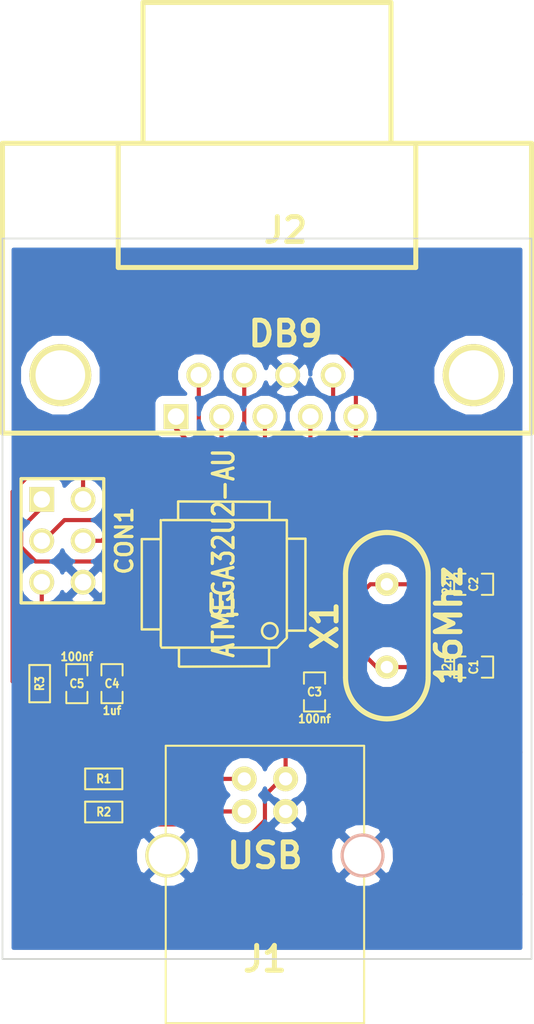
<source format=kicad_pcb>
(kicad_pcb (version 3) (host pcbnew "(22-Jun-2014 BZR 4027)-stable")

  (general
    (links 40)
    (no_connects 0)
    (area 193.7004 106.781599 236.570928 170.116501)
    (thickness 1.6)
    (drawings 9)
    (tracks 124)
    (zones 0)
    (modules 13)
    (nets 21)
  )

  (page A3)
  (layers
    (15 F.Cu signal)
    (0 B.Cu signal)
    (16 B.Adhes user)
    (17 F.Adhes user)
    (18 B.Paste user)
    (19 F.Paste user)
    (20 B.SilkS user)
    (21 F.SilkS user)
    (22 B.Mask user)
    (23 F.Mask user)
    (24 Dwgs.User user)
    (25 Cmts.User user)
    (26 Eco1.User user)
    (27 Eco2.User user)
    (28 Edge.Cuts user)
  )

  (setup
    (last_trace_width 0.254)
    (trace_clearance 0.254)
    (zone_clearance 0.508)
    (zone_45_only no)
    (trace_min 0.254)
    (segment_width 0.2)
    (edge_width 0.1)
    (via_size 0.889)
    (via_drill 0.635)
    (via_min_size 0.889)
    (via_min_drill 0.508)
    (uvia_size 0.508)
    (uvia_drill 0.127)
    (uvias_allowed no)
    (uvia_min_size 0.508)
    (uvia_min_drill 0.127)
    (pcb_text_width 0.3)
    (pcb_text_size 1.5 1.5)
    (mod_edge_width 0.15)
    (mod_text_size 1 1)
    (mod_text_width 0.15)
    (pad_size 1.5 1.5)
    (pad_drill 0.6)
    (pad_to_mask_clearance 0)
    (aux_axis_origin 0 0)
    (visible_elements FFFFFFBF)
    (pcbplotparams
      (layerselection 3178497)
      (usegerberextensions true)
      (excludeedgelayer true)
      (linewidth 0.150000)
      (plotframeref false)
      (viasonmask false)
      (mode 1)
      (useauxorigin false)
      (hpglpennumber 1)
      (hpglpenspeed 20)
      (hpglpendiameter 15)
      (hpglpenoverlay 2)
      (psnegative false)
      (psa4output false)
      (plotreference true)
      (plotvalue true)
      (plotothertext true)
      (plotinvisibletext false)
      (padsonsilk false)
      (subtractmaskfromsilk false)
      (outputformat 1)
      (mirror false)
      (drillshape 1)
      (scaleselection 1)
      (outputdirectory ""))
  )

  (net 0 "")
  (net 1 DATA0_PIN)
  (net 2 DATA1_PIN)
  (net 3 DATA2_PIN)
  (net 4 DATA3_PIN)
  (net 5 DATA4_PIN)
  (net 6 DATA5_PIN)
  (net 7 GND)
  (net 8 MISO)
  (net 9 MOSI)
  (net 10 N-0000029)
  (net 11 N-000003)
  (net 12 N-0000030)
  (net 13 N-0000031)
  (net 14 N-000004)
  (net 15 N-000005)
  (net 16 N-000006)
  (net 17 RESET)
  (net 18 SCK)
  (net 19 SELECT_CLK)
  (net 20 VCC)

  (net_class Default "Ceci est la Netclass par défaut"
    (clearance 0.254)
    (trace_width 0.254)
    (via_dia 0.889)
    (via_drill 0.635)
    (uvia_dia 0.508)
    (uvia_drill 0.127)
    (add_net "")
    (add_net DATA0_PIN)
    (add_net DATA1_PIN)
    (add_net DATA2_PIN)
    (add_net DATA3_PIN)
    (add_net DATA4_PIN)
    (add_net DATA5_PIN)
    (add_net GND)
    (add_net MISO)
    (add_net MOSI)
    (add_net N-0000029)
    (add_net N-000003)
    (add_net N-0000030)
    (add_net N-0000031)
    (add_net N-000004)
    (add_net N-000005)
    (add_net N-000006)
    (add_net RESET)
    (add_net SCK)
    (add_net SELECT_CLK)
    (add_net VCC)
  )

  (module USB_B (layer F.Cu) (tedit 48A935FA) (tstamp 53DD6FF2)
    (at 210.82 159.512)
    (tags USB)
    (path /53DB98C4)
    (fp_text reference J1 (at 0 6.35) (layer F.SilkS)
      (effects (font (size 1.524 1.524) (thickness 0.3048)))
    )
    (fp_text value USB (at 0 0) (layer F.SilkS)
      (effects (font (size 1.524 1.524) (thickness 0.3048)))
    )
    (fp_line (start -6.096 10.287) (end 6.096 10.287) (layer F.SilkS) (width 0.127))
    (fp_line (start 6.096 10.287) (end 6.096 -6.731) (layer F.SilkS) (width 0.127))
    (fp_line (start 6.096 -6.731) (end -6.096 -6.731) (layer F.SilkS) (width 0.127))
    (fp_line (start -6.096 -6.731) (end -6.096 10.287) (layer F.SilkS) (width 0.127))
    (pad 1 thru_hole circle (at 1.27 -4.699) (size 1.524 1.524) (drill 0.8128)
      (layers *.Cu *.Mask F.SilkS)
      (net 20 VCC)
    )
    (pad 2 thru_hole circle (at -1.27 -4.699) (size 1.524 1.524) (drill 0.8128)
      (layers *.Cu *.Mask F.SilkS)
      (net 15 N-000005)
    )
    (pad 3 thru_hole circle (at -1.27 -2.70002) (size 1.524 1.524) (drill 0.8128)
      (layers *.Cu *.Mask F.SilkS)
      (net 16 N-000006)
    )
    (pad 4 thru_hole circle (at 1.27 -2.70002) (size 1.524 1.524) (drill 0.8128)
      (layers *.Cu *.Mask F.SilkS)
      (net 7 GND)
    )
    (pad 5 np_thru_hole circle (at 5.99948 0) (size 2.70002 2.70002) (drill 2.30124)
      (layers *.Cu *.SilkS *.Mask)
      (net 7 GND)
    )
    (pad 6 thru_hole circle (at -5.99948 0) (size 2.70002 2.70002) (drill 2.30124)
      (layers *.Cu *.Mask F.SilkS)
      (net 7 GND)
    )
    (model connectors/USB_type_B.wrl
      (at (xyz 0 0 0.001))
      (scale (xyz 0.3937 0.3937 0.3937))
      (rotate (xyz 0 0 0))
    )
  )

  (module TQFP32 (layer F.Cu) (tedit 53DD7096) (tstamp 53DD7028)
    (at 208.28 142.875 180)
    (path /53DBB1ED)
    (fp_text reference U1 (at 0 -1.27 180) (layer F.SilkS)
      (effects (font (size 1.27 1.016) (thickness 0.2032)))
    )
    (fp_text value ATMEGA32U2-AU (at 0 1.905 270) (layer F.SilkS)
      (effects (font (size 1.27 1.016) (thickness 0.2032)))
    )
    (fp_line (start 5.0292 2.7686) (end 3.8862 2.7686) (layer F.SilkS) (width 0.1524))
    (fp_line (start 5.0292 -2.7686) (end 3.9116 -2.7686) (layer F.SilkS) (width 0.1524))
    (fp_line (start 5.0292 2.7686) (end 5.0292 -2.7686) (layer F.SilkS) (width 0.1524))
    (fp_line (start 2.794 3.9624) (end 2.794 5.0546) (layer F.SilkS) (width 0.1524))
    (fp_line (start -2.8194 3.9878) (end -2.8194 5.0546) (layer F.SilkS) (width 0.1524))
    (fp_line (start -2.8448 5.0546) (end 2.794 5.08) (layer F.SilkS) (width 0.1524))
    (fp_line (start -2.794 -5.0292) (end 2.7178 -5.0546) (layer F.SilkS) (width 0.1524))
    (fp_line (start -3.8862 -3.2766) (end -3.8862 3.9116) (layer F.SilkS) (width 0.1524))
    (fp_line (start 2.7432 -5.0292) (end 2.7432 -3.9878) (layer F.SilkS) (width 0.1524))
    (fp_line (start -3.2512 -3.8862) (end 3.81 -3.8862) (layer F.SilkS) (width 0.1524))
    (fp_line (start 3.8608 3.937) (end 3.8608 -3.7846) (layer F.SilkS) (width 0.1524))
    (fp_line (start -3.8862 3.937) (end 3.7338 3.937) (layer F.SilkS) (width 0.1524))
    (fp_line (start -5.0292 -2.8448) (end -5.0292 2.794) (layer F.SilkS) (width 0.1524))
    (fp_line (start -5.0292 2.794) (end -3.8862 2.794) (layer F.SilkS) (width 0.1524))
    (fp_line (start -3.87604 -3.302) (end -3.29184 -3.8862) (layer F.SilkS) (width 0.1524))
    (fp_line (start -5.02412 -2.8448) (end -3.87604 -2.8448) (layer F.SilkS) (width 0.1524))
    (fp_line (start -2.794 -3.8862) (end -2.794 -5.03428) (layer F.SilkS) (width 0.1524))
    (fp_circle (center -2.83972 -2.86004) (end -2.43332 -2.60604) (layer F.SilkS) (width 0.1524))
    (pad 8 smd rect (at -4.81584 2.77622 180) (size 1.99898 0.44958)
      (layers F.Cu F.Paste F.Mask)
      (net 3 DATA2_PIN)
    )
    (pad 7 smd rect (at -4.81584 1.97612 180) (size 1.99898 0.44958)
      (layers F.Cu F.Paste F.Mask)
      (net 4 DATA3_PIN)
    )
    (pad 6 smd rect (at -4.81584 1.17602 180) (size 1.99898 0.44958)
      (layers F.Cu F.Paste F.Mask)
      (net 6 DATA5_PIN)
    )
    (pad 5 smd rect (at -4.81584 0.37592 180) (size 1.99898 0.44958)
      (layers F.Cu F.Paste F.Mask)
    )
    (pad 4 smd rect (at -4.81584 -0.42418 180) (size 1.99898 0.44958)
      (layers F.Cu F.Paste F.Mask)
      (net 20 VCC)
    )
    (pad 3 smd rect (at -4.81584 -1.22428 180) (size 1.99898 0.44958)
      (layers F.Cu F.Paste F.Mask)
      (net 7 GND)
    )
    (pad 2 smd rect (at -4.81584 -2.02438 180) (size 1.99898 0.44958)
      (layers F.Cu F.Paste F.Mask)
      (net 12 N-0000030)
    )
    (pad 1 smd rect (at -4.81584 -2.82448 180) (size 1.99898 0.44958)
      (layers F.Cu F.Paste F.Mask)
      (net 13 N-0000031)
    )
    (pad 24 smd rect (at 4.7498 -2.8194 180) (size 1.99898 0.44958)
      (layers F.Cu F.Paste F.Mask)
      (net 17 RESET)
    )
    (pad 17 smd rect (at 4.7498 2.794 180) (size 1.99898 0.44958)
      (layers F.Cu F.Paste F.Mask)
      (net 8 MISO)
    )
    (pad 18 smd rect (at 4.7498 1.9812 180) (size 1.99898 0.44958)
      (layers F.Cu F.Paste F.Mask)
    )
    (pad 19 smd rect (at 4.7498 1.1684 180) (size 1.99898 0.44958)
      (layers F.Cu F.Paste F.Mask)
    )
    (pad 20 smd rect (at 4.7498 0.381 180) (size 1.99898 0.44958)
      (layers F.Cu F.Paste F.Mask)
    )
    (pad 21 smd rect (at 4.7498 -0.4318 180) (size 1.99898 0.44958)
      (layers F.Cu F.Paste F.Mask)
    )
    (pad 22 smd rect (at 4.7498 -1.2192 180) (size 1.99898 0.44958)
      (layers F.Cu F.Paste F.Mask)
    )
    (pad 23 smd rect (at 4.7498 -2.032 180) (size 1.99898 0.44958)
      (layers F.Cu F.Paste F.Mask)
    )
    (pad 32 smd rect (at -2.82448 -4.826 180) (size 0.44958 1.99898)
      (layers F.Cu F.Paste F.Mask)
      (net 20 VCC)
    )
    (pad 31 smd rect (at -2.02692 -4.826 180) (size 0.44958 1.99898)
      (layers F.Cu F.Paste F.Mask)
      (net 20 VCC)
    )
    (pad 30 smd rect (at -1.22428 -4.826 180) (size 0.44958 1.99898)
      (layers F.Cu F.Paste F.Mask)
      (net 14 N-000004)
    )
    (pad 29 smd rect (at -0.42672 -4.826 180) (size 0.44958 1.99898)
      (layers F.Cu F.Paste F.Mask)
      (net 10 N-0000029)
    )
    (pad 28 smd rect (at 0.37592 -4.826 180) (size 0.44958 1.99898)
      (layers F.Cu F.Paste F.Mask)
      (net 7 GND)
    )
    (pad 27 smd rect (at 1.17348 -4.826 180) (size 0.44958 1.99898)
      (layers F.Cu F.Paste F.Mask)
      (net 11 N-000003)
    )
    (pad 26 smd rect (at 1.97612 -4.826 180) (size 0.44958 1.99898)
      (layers F.Cu F.Paste F.Mask)
    )
    (pad 25 smd rect (at 2.77368 -4.826 180) (size 0.44958 1.99898)
      (layers F.Cu F.Paste F.Mask)
    )
    (pad 9 smd rect (at -2.8194 4.7752 180) (size 0.44958 1.99898)
      (layers F.Cu F.Paste F.Mask)
      (net 19 SELECT_CLK)
    )
    (pad 10 smd rect (at -2.032 4.7752 180) (size 0.44958 1.99898)
      (layers F.Cu F.Paste F.Mask)
      (net 2 DATA1_PIN)
    )
    (pad 11 smd rect (at -1.2192 4.7752 180) (size 0.44958 1.99898)
      (layers F.Cu F.Paste F.Mask)
      (net 5 DATA4_PIN)
    )
    (pad 12 smd rect (at -0.4318 4.7752 180) (size 0.44958 1.99898)
      (layers F.Cu F.Paste F.Mask)
      (net 1 DATA0_PIN)
    )
    (pad 13 smd rect (at 0.3556 4.7752 180) (size 0.44958 1.99898)
      (layers F.Cu F.Paste F.Mask)
    )
    (pad 14 smd rect (at 1.1684 4.7752 180) (size 0.44958 1.99898)
      (layers F.Cu F.Paste F.Mask)
    )
    (pad 15 smd rect (at 1.9812 4.7752 180) (size 0.44958 1.99898)
      (layers F.Cu F.Paste F.Mask)
      (net 18 SCK)
    )
    (pad 16 smd rect (at 2.794 4.7752 180) (size 0.44958 1.99898)
      (layers F.Cu F.Paste F.Mask)
      (net 9 MOSI)
    )
    (model smd/tqfp32.wrl
      (at (xyz 0 0 0))
      (scale (xyz 1 1 1))
      (rotate (xyz 0 0 0))
    )
  )

  (module SM0603_Capa (layer F.Cu) (tedit 5051B1EC) (tstamp 53DD7034)
    (at 201.422 148.971 90)
    (path /53DC158C)
    (attr smd)
    (fp_text reference C4 (at 0 0 180) (layer F.SilkS)
      (effects (font (size 0.508 0.4572) (thickness 0.1143)))
    )
    (fp_text value 1uf (at -1.651 0 180) (layer F.SilkS)
      (effects (font (size 0.508 0.4572) (thickness 0.1143)))
    )
    (fp_line (start 0.50038 0.65024) (end 1.19888 0.65024) (layer F.SilkS) (width 0.11938))
    (fp_line (start -0.50038 0.65024) (end -1.19888 0.65024) (layer F.SilkS) (width 0.11938))
    (fp_line (start 0.50038 -0.65024) (end 1.19888 -0.65024) (layer F.SilkS) (width 0.11938))
    (fp_line (start -1.19888 -0.65024) (end -0.50038 -0.65024) (layer F.SilkS) (width 0.11938))
    (fp_line (start 1.19888 -0.635) (end 1.19888 0.635) (layer F.SilkS) (width 0.11938))
    (fp_line (start -1.19888 0.635) (end -1.19888 -0.635) (layer F.SilkS) (width 0.11938))
    (pad 1 smd rect (at -0.762 0 90) (size 0.635 1.143)
      (layers F.Cu F.Paste F.Mask)
      (net 7 GND)
    )
    (pad 2 smd rect (at 0.762 0 90) (size 0.635 1.143)
      (layers F.Cu F.Paste F.Mask)
      (net 11 N-000003)
    )
    (model smd\capacitors\C0603.wrl
      (at (xyz 0 0 0.001))
      (scale (xyz 0.5 0.5 0.5))
      (rotate (xyz 0 0 0))
    )
  )

  (module SM0603_Capa (layer F.Cu) (tedit 5051B1EC) (tstamp 53DD7040)
    (at 223.647 147.955)
    (path /53DC159B)
    (attr smd)
    (fp_text reference C1 (at 0 0 90) (layer F.SilkS)
      (effects (font (size 0.508 0.4572) (thickness 0.1143)))
    )
    (fp_text value 22p (at -1.651 0 90) (layer F.SilkS)
      (effects (font (size 0.508 0.4572) (thickness 0.1143)))
    )
    (fp_line (start 0.50038 0.65024) (end 1.19888 0.65024) (layer F.SilkS) (width 0.11938))
    (fp_line (start -0.50038 0.65024) (end -1.19888 0.65024) (layer F.SilkS) (width 0.11938))
    (fp_line (start 0.50038 -0.65024) (end 1.19888 -0.65024) (layer F.SilkS) (width 0.11938))
    (fp_line (start -1.19888 -0.65024) (end -0.50038 -0.65024) (layer F.SilkS) (width 0.11938))
    (fp_line (start 1.19888 -0.635) (end 1.19888 0.635) (layer F.SilkS) (width 0.11938))
    (fp_line (start -1.19888 0.635) (end -1.19888 -0.635) (layer F.SilkS) (width 0.11938))
    (pad 1 smd rect (at -0.762 0) (size 0.635 1.143)
      (layers F.Cu F.Paste F.Mask)
      (net 13 N-0000031)
    )
    (pad 2 smd rect (at 0.762 0) (size 0.635 1.143)
      (layers F.Cu F.Paste F.Mask)
      (net 7 GND)
    )
    (model smd\capacitors\C0603.wrl
      (at (xyz 0 0 0.001))
      (scale (xyz 0.5 0.5 0.5))
      (rotate (xyz 0 0 0))
    )
  )

  (module SM0603_Capa (layer F.Cu) (tedit 5051B1EC) (tstamp 53DD704C)
    (at 223.647 142.875)
    (path /53DC15AA)
    (attr smd)
    (fp_text reference C2 (at 0 0 90) (layer F.SilkS)
      (effects (font (size 0.508 0.4572) (thickness 0.1143)))
    )
    (fp_text value 22p (at -1.651 0 90) (layer F.SilkS)
      (effects (font (size 0.508 0.4572) (thickness 0.1143)))
    )
    (fp_line (start 0.50038 0.65024) (end 1.19888 0.65024) (layer F.SilkS) (width 0.11938))
    (fp_line (start -0.50038 0.65024) (end -1.19888 0.65024) (layer F.SilkS) (width 0.11938))
    (fp_line (start 0.50038 -0.65024) (end 1.19888 -0.65024) (layer F.SilkS) (width 0.11938))
    (fp_line (start -1.19888 -0.65024) (end -0.50038 -0.65024) (layer F.SilkS) (width 0.11938))
    (fp_line (start 1.19888 -0.635) (end 1.19888 0.635) (layer F.SilkS) (width 0.11938))
    (fp_line (start -1.19888 0.635) (end -1.19888 -0.635) (layer F.SilkS) (width 0.11938))
    (pad 1 smd rect (at -0.762 0) (size 0.635 1.143)
      (layers F.Cu F.Paste F.Mask)
      (net 12 N-0000030)
    )
    (pad 2 smd rect (at 0.762 0) (size 0.635 1.143)
      (layers F.Cu F.Paste F.Mask)
      (net 7 GND)
    )
    (model smd\capacitors\C0603.wrl
      (at (xyz 0 0 0.001))
      (scale (xyz 0.5 0.5 0.5))
      (rotate (xyz 0 0 0))
    )
  )

  (module SM0603_Capa (layer F.Cu) (tedit 5051B1EC) (tstamp 53DD7058)
    (at 213.868 149.479 90)
    (path /53DD214D)
    (attr smd)
    (fp_text reference C3 (at 0 0 180) (layer F.SilkS)
      (effects (font (size 0.508 0.4572) (thickness 0.1143)))
    )
    (fp_text value 100nf (at -1.651 0 180) (layer F.SilkS)
      (effects (font (size 0.508 0.4572) (thickness 0.1143)))
    )
    (fp_line (start 0.50038 0.65024) (end 1.19888 0.65024) (layer F.SilkS) (width 0.11938))
    (fp_line (start -0.50038 0.65024) (end -1.19888 0.65024) (layer F.SilkS) (width 0.11938))
    (fp_line (start 0.50038 -0.65024) (end 1.19888 -0.65024) (layer F.SilkS) (width 0.11938))
    (fp_line (start -1.19888 -0.65024) (end -0.50038 -0.65024) (layer F.SilkS) (width 0.11938))
    (fp_line (start 1.19888 -0.635) (end 1.19888 0.635) (layer F.SilkS) (width 0.11938))
    (fp_line (start -1.19888 0.635) (end -1.19888 -0.635) (layer F.SilkS) (width 0.11938))
    (pad 1 smd rect (at -0.762 0 90) (size 0.635 1.143)
      (layers F.Cu F.Paste F.Mask)
      (net 7 GND)
    )
    (pad 2 smd rect (at 0.762 0 90) (size 0.635 1.143)
      (layers F.Cu F.Paste F.Mask)
      (net 20 VCC)
    )
    (model smd\capacitors\C0603.wrl
      (at (xyz 0 0 0.001))
      (scale (xyz 0.5 0.5 0.5))
      (rotate (xyz 0 0 0))
    )
  )

  (module SM0603 (layer F.Cu) (tedit 53E0FB32) (tstamp 53E0FB61)
    (at 200.914 154.813 180)
    (path /53DBBAFE)
    (attr smd)
    (fp_text reference R1 (at 0 0 180) (layer F.SilkS)
      (effects (font (size 0.508 0.4572) (thickness 0.1143)))
    )
    (fp_text value 22ohms (at 0 0 180) (layer F.SilkS) hide
      (effects (font (size 0.508 0.4572) (thickness 0.1143)))
    )
    (fp_line (start -1.143 -0.635) (end 1.143 -0.635) (layer F.SilkS) (width 0.127))
    (fp_line (start 1.143 -0.635) (end 1.143 0.635) (layer F.SilkS) (width 0.127))
    (fp_line (start 1.143 0.635) (end -1.143 0.635) (layer F.SilkS) (width 0.127))
    (fp_line (start -1.143 0.635) (end -1.143 -0.635) (layer F.SilkS) (width 0.127))
    (pad 1 smd rect (at -0.762 0 180) (size 0.635 1.143)
      (layers F.Cu F.Paste F.Mask)
      (net 15 N-000005)
    )
    (pad 2 smd rect (at 0.762 0 180) (size 0.635 1.143)
      (layers F.Cu F.Paste F.Mask)
      (net 14 N-000004)
    )
    (model smd\resistors\R0603.wrl
      (at (xyz 0 0 0.001))
      (scale (xyz 0.5 0.5 0.5))
      (rotate (xyz 0 0 0))
    )
  )

  (module SM0603 (layer F.Cu) (tedit 4E43A3D1) (tstamp 53DD706C)
    (at 200.914 156.845 180)
    (path /53DBBB0D)
    (attr smd)
    (fp_text reference R2 (at 0 0 180) (layer F.SilkS)
      (effects (font (size 0.508 0.4572) (thickness 0.1143)))
    )
    (fp_text value 22ohms (at 0 0 180) (layer F.SilkS) hide
      (effects (font (size 0.508 0.4572) (thickness 0.1143)))
    )
    (fp_line (start -1.143 -0.635) (end 1.143 -0.635) (layer F.SilkS) (width 0.127))
    (fp_line (start 1.143 -0.635) (end 1.143 0.635) (layer F.SilkS) (width 0.127))
    (fp_line (start 1.143 0.635) (end -1.143 0.635) (layer F.SilkS) (width 0.127))
    (fp_line (start -1.143 0.635) (end -1.143 -0.635) (layer F.SilkS) (width 0.127))
    (pad 1 smd rect (at -0.762 0 180) (size 0.635 1.143)
      (layers F.Cu F.Paste F.Mask)
      (net 16 N-000006)
    )
    (pad 2 smd rect (at 0.762 0 180) (size 0.635 1.143)
      (layers F.Cu F.Paste F.Mask)
      (net 10 N-0000029)
    )
    (model smd\resistors\R0603.wrl
      (at (xyz 0 0 0.001))
      (scale (xyz 0.5 0.5 0.5))
      (rotate (xyz 0 0 0))
    )
  )

  (module SM0603 (layer F.Cu) (tedit 4E43A3D1) (tstamp 53DD7076)
    (at 196.977 148.971 90)
    (path /53DC1CB7)
    (attr smd)
    (fp_text reference R3 (at 0 0 90) (layer F.SilkS)
      (effects (font (size 0.508 0.4572) (thickness 0.1143)))
    )
    (fp_text value 10K (at 0 0 90) (layer F.SilkS) hide
      (effects (font (size 0.508 0.4572) (thickness 0.1143)))
    )
    (fp_line (start -1.143 -0.635) (end 1.143 -0.635) (layer F.SilkS) (width 0.127))
    (fp_line (start 1.143 -0.635) (end 1.143 0.635) (layer F.SilkS) (width 0.127))
    (fp_line (start 1.143 0.635) (end -1.143 0.635) (layer F.SilkS) (width 0.127))
    (fp_line (start -1.143 0.635) (end -1.143 -0.635) (layer F.SilkS) (width 0.127))
    (pad 1 smd rect (at -0.762 0 90) (size 0.635 1.143)
      (layers F.Cu F.Paste F.Mask)
      (net 20 VCC)
    )
    (pad 2 smd rect (at 0.762 0 90) (size 0.635 1.143)
      (layers F.Cu F.Paste F.Mask)
      (net 17 RESET)
    )
    (model smd\resistors\R0603.wrl
      (at (xyz 0 0 0.001))
      (scale (xyz 0.5 0.5 0.5))
      (rotate (xyz 0 0 0))
    )
  )

  (module pin_array_3x2 (layer F.Cu) (tedit 42931587) (tstamp 53DD7084)
    (at 198.374 140.208 270)
    (descr "Double rangee de contacts 2 x 4 pins")
    (tags CONN)
    (path /53DC1AF4)
    (fp_text reference CON1 (at 0 -3.81 270) (layer F.SilkS)
      (effects (font (size 1.016 1.016) (thickness 0.2032)))
    )
    (fp_text value AVR-ISP6 (at 0 3.81 270) (layer F.SilkS) hide
      (effects (font (size 1.016 1.016) (thickness 0.2032)))
    )
    (fp_line (start 3.81 2.54) (end -3.81 2.54) (layer F.SilkS) (width 0.2032))
    (fp_line (start -3.81 -2.54) (end 3.81 -2.54) (layer F.SilkS) (width 0.2032))
    (fp_line (start 3.81 -2.54) (end 3.81 2.54) (layer F.SilkS) (width 0.2032))
    (fp_line (start -3.81 2.54) (end -3.81 -2.54) (layer F.SilkS) (width 0.2032))
    (pad 1 thru_hole rect (at -2.54 1.27 270) (size 1.524 1.524) (drill 1.016)
      (layers *.Cu *.Mask F.SilkS)
      (net 8 MISO)
    )
    (pad 2 thru_hole circle (at -2.54 -1.27 270) (size 1.524 1.524) (drill 1.016)
      (layers *.Cu *.Mask F.SilkS)
      (net 20 VCC)
    )
    (pad 3 thru_hole circle (at 0 1.27 270) (size 1.524 1.524) (drill 1.016)
      (layers *.Cu *.Mask F.SilkS)
      (net 18 SCK)
    )
    (pad 4 thru_hole circle (at 0 -1.27 270) (size 1.524 1.524) (drill 1.016)
      (layers *.Cu *.Mask F.SilkS)
      (net 9 MOSI)
    )
    (pad 5 thru_hole circle (at 2.54 1.27 270) (size 1.524 1.524) (drill 1.016)
      (layers *.Cu *.Mask F.SilkS)
      (net 17 RESET)
    )
    (pad 6 thru_hole circle (at 2.54 -1.27 270) (size 1.524 1.524) (drill 1.016)
      (layers *.Cu *.Mask F.SilkS)
      (net 7 GND)
    )
    (model pin_array/pins_array_3x2.wrl
      (at (xyz 0 0 0))
      (scale (xyz 1 1 1))
      (rotate (xyz 0 0 0))
    )
  )

  (module HC-49V (layer F.Cu) (tedit 4C5EC450) (tstamp 53DD7090)
    (at 218.313 145.415 90)
    (descr "Quartz boitier HC-49 Vertical")
    (tags "QUARTZ DEV")
    (path /53DBBAE1)
    (autoplace_cost180 10)
    (fp_text reference X1 (at 0 -3.81 90) (layer F.SilkS)
      (effects (font (size 1.524 1.524) (thickness 0.3048)))
    )
    (fp_text value 16Mhz (at 0 3.81 90) (layer F.SilkS)
      (effects (font (size 1.524 1.524) (thickness 0.3048)))
    )
    (fp_line (start -3.175 2.54) (end 3.175 2.54) (layer F.SilkS) (width 0.3175))
    (fp_line (start -3.175 -2.54) (end 3.175 -2.54) (layer F.SilkS) (width 0.3175))
    (fp_arc (start 3.175 0) (end 3.175 -2.54) (angle 90) (layer F.SilkS) (width 0.3175))
    (fp_arc (start 3.175 0) (end 5.715 0) (angle 90) (layer F.SilkS) (width 0.3175))
    (fp_arc (start -3.175 0) (end -5.715 0) (angle 90) (layer F.SilkS) (width 0.3175))
    (fp_arc (start -3.175 0) (end -3.175 2.54) (angle 90) (layer F.SilkS) (width 0.3175))
    (pad 1 thru_hole circle (at -2.54 0 90) (size 1.4224 1.4224) (drill 0.762)
      (layers *.Cu *.Mask F.SilkS)
      (net 13 N-0000031)
    )
    (pad 2 thru_hole circle (at 2.54 0 90) (size 1.4224 1.4224) (drill 0.762)
      (layers *.Cu *.Mask F.SilkS)
      (net 12 N-0000030)
    )
    (model discret/xtal/crystal_hc18u_vertical.wrl
      (at (xyz 0 0 0))
      (scale (xyz 1 1 0.2))
      (rotate (xyz 0 0 0))
    )
  )

  (module SM0603_Capa (layer F.Cu) (tedit 5051B1EC) (tstamp 53DE7E6D)
    (at 199.263 148.971 270)
    (path /53DE7D03)
    (attr smd)
    (fp_text reference C5 (at 0 0 360) (layer F.SilkS)
      (effects (font (size 0.508 0.4572) (thickness 0.1143)))
    )
    (fp_text value 100nf (at -1.651 0 360) (layer F.SilkS)
      (effects (font (size 0.508 0.4572) (thickness 0.1143)))
    )
    (fp_line (start 0.50038 0.65024) (end 1.19888 0.65024) (layer F.SilkS) (width 0.11938))
    (fp_line (start -0.50038 0.65024) (end -1.19888 0.65024) (layer F.SilkS) (width 0.11938))
    (fp_line (start 0.50038 -0.65024) (end 1.19888 -0.65024) (layer F.SilkS) (width 0.11938))
    (fp_line (start -1.19888 -0.65024) (end -0.50038 -0.65024) (layer F.SilkS) (width 0.11938))
    (fp_line (start 1.19888 -0.635) (end 1.19888 0.635) (layer F.SilkS) (width 0.11938))
    (fp_line (start -1.19888 0.635) (end -1.19888 -0.635) (layer F.SilkS) (width 0.11938))
    (pad 1 smd rect (at -0.762 0 270) (size 0.635 1.143)
      (layers F.Cu F.Paste F.Mask)
      (net 17 RESET)
    )
    (pad 2 smd rect (at 0.762 0 270) (size 0.635 1.143)
      (layers F.Cu F.Paste F.Mask)
      (net 7 GND)
    )
    (model smd\capacitors\C0603.wrl
      (at (xyz 0 0 0.001))
      (scale (xyz 0.5 0.5 0.5))
      (rotate (xyz 0 0 0))
    )
  )

  (module DB9FC (layer F.Cu) (tedit 200000) (tstamp 53DEF440)
    (at 210.82 131.318)
    (descr "Connecteur DB9 femelle couche")
    (tags "CONN DB9")
    (path /53DEED88)
    (fp_text reference J2 (at 1.27 -10.16) (layer F.SilkS)
      (effects (font (size 1.524 1.524) (thickness 0.3048)))
    )
    (fp_text value DB9 (at 1.27 -3.81) (layer F.SilkS)
      (effects (font (size 1.524 1.524) (thickness 0.3048)))
    )
    (fp_line (start -16.129 2.286) (end 16.383 2.286) (layer F.SilkS) (width 0.3048))
    (fp_line (start 16.383 2.286) (end 16.383 -15.494) (layer F.SilkS) (width 0.3048))
    (fp_line (start 16.383 -15.494) (end -16.129 -15.494) (layer F.SilkS) (width 0.3048))
    (fp_line (start -16.129 -15.494) (end -16.129 2.286) (layer F.SilkS) (width 0.3048))
    (fp_line (start -9.017 -15.494) (end -9.017 -7.874) (layer F.SilkS) (width 0.3048))
    (fp_line (start -9.017 -7.874) (end 9.271 -7.874) (layer F.SilkS) (width 0.3048))
    (fp_line (start 9.271 -7.874) (end 9.271 -15.494) (layer F.SilkS) (width 0.3048))
    (fp_line (start -7.493 -15.494) (end -7.493 -24.13) (layer F.SilkS) (width 0.3048))
    (fp_line (start -7.493 -24.13) (end 7.747 -24.13) (layer F.SilkS) (width 0.3048))
    (fp_line (start 7.747 -24.13) (end 7.747 -15.494) (layer F.SilkS) (width 0.3048))
    (pad "" thru_hole circle (at 12.827 -1.27) (size 3.81 3.81) (drill 3.048)
      (layers *.Cu *.Mask F.SilkS)
    )
    (pad "" thru_hole circle (at -12.573 -1.27) (size 3.81 3.81) (drill 3.048)
      (layers *.Cu *.Mask F.SilkS)
    )
    (pad 1 thru_hole rect (at -5.461 1.27) (size 1.524 1.524) (drill 1.016)
      (layers *.Cu *.Mask F.SilkS)
      (net 1 DATA0_PIN)
    )
    (pad 2 thru_hole circle (at -2.667 1.27) (size 1.524 1.524) (drill 1.016)
      (layers *.Cu *.Mask F.SilkS)
      (net 2 DATA1_PIN)
    )
    (pad 3 thru_hole circle (at 0 1.27) (size 1.524 1.524) (drill 1.016)
      (layers *.Cu *.Mask F.SilkS)
      (net 3 DATA2_PIN)
    )
    (pad 4 thru_hole circle (at 2.794 1.27) (size 1.524 1.524) (drill 1.016)
      (layers *.Cu *.Mask F.SilkS)
      (net 4 DATA3_PIN)
    )
    (pad 5 thru_hole circle (at 5.588 1.27) (size 1.524 1.524) (drill 1.016)
      (layers *.Cu *.Mask F.SilkS)
      (net 20 VCC)
    )
    (pad 6 thru_hole circle (at -4.064 -1.27) (size 1.524 1.524) (drill 1.016)
      (layers *.Cu *.Mask F.SilkS)
      (net 5 DATA4_PIN)
    )
    (pad 7 thru_hole circle (at -1.27 -1.27) (size 1.524 1.524) (drill 1.016)
      (layers *.Cu *.Mask F.SilkS)
      (net 19 SELECT_CLK)
    )
    (pad 8 thru_hole circle (at 1.397 -1.27) (size 1.524 1.524) (drill 1.016)
      (layers *.Cu *.Mask F.SilkS)
      (net 7 GND)
    )
    (pad 9 thru_hole circle (at 4.191 -1.27) (size 1.524 1.524) (drill 1.016)
      (layers *.Cu *.Mask F.SilkS)
      (net 6 DATA5_PIN)
    )
    (model conn_DBxx/db9_female_pin90deg.wrl
      (at (xyz 0 0 0))
      (scale (xyz 1 1 1))
      (rotate (xyz 0 0 0))
    )
  )

  (gr_line (start 194.691 121.666) (end 194.691 121.793) (angle 90) (layer Edge.Cuts) (width 0.1))
  (gr_line (start 227.203 121.666) (end 194.691 121.666) (angle 90) (layer Edge.Cuts) (width 0.1))
  (gr_line (start 227.203 121.793) (end 227.203 121.666) (angle 90) (layer Edge.Cuts) (width 0.1))
  (gr_line (start 227.203 165.862) (end 227.203 121.793) (angle 90) (layer Edge.Cuts) (width 0.1))
  (gr_line (start 194.691 165.862) (end 227.203 165.862) (angle 90) (layer Edge.Cuts) (width 0.1))
  (gr_line (start 194.691 121.666) (end 194.691 165.862) (angle 90) (layer Edge.Cuts) (width 0.1))
  (gr_text "Copyright 2014 antoine terrienne" (at 223.774 158.877 90) (layer F.Cu)
    (effects (font (size 0.5 0.5) (thickness 0.125)))
  )
  (gr_text https://github.com/letoine/MegadriveControllerToUSB (at 226.187 154.94 90) (layer F.Cu)
    (effects (font (size 0.5 0.5) (thickness 0.125)))
  )
  (gr_text "MegadriveControllerToUSB v1.0" (at 225.044 159.385 90) (layer F.Cu)
    (effects (font (size 0.5 0.5) (thickness 0.125)))
  )

  (segment (start 208.7118 138.0998) (end 208.7118 136.7028) (width 0.254) (layer F.Cu) (net 1))
  (segment (start 205.359 133.35) (end 205.359 132.588) (width 0.254) (layer F.Cu) (net 1) (tstamp 53E0FDB2))
  (segment (start 208.7118 136.7028) (end 205.359 133.35) (width 0.254) (layer F.Cu) (net 1) (tstamp 53E0FDAC))
  (segment (start 210.312 138.0998) (end 210.312 136.398) (width 0.254) (layer F.Cu) (net 2))
  (segment (start 208.153 134.239) (end 208.153 132.588) (width 0.254) (layer F.Cu) (net 2) (tstamp 53E0FDCB))
  (segment (start 210.312 136.398) (end 208.153 134.239) (width 0.254) (layer F.Cu) (net 2) (tstamp 53E0FDC6))
  (segment (start 213.09584 140.09878) (end 213.09584 137.53084) (width 0.254) (layer F.Cu) (net 3))
  (segment (start 210.82 135.255) (end 210.82 132.588) (width 0.254) (layer F.Cu) (net 3) (tstamp 53E0FDDD))
  (segment (start 213.09584 137.53084) (end 210.82 135.255) (width 0.254) (layer F.Cu) (net 3) (tstamp 53E0FDD7))
  (segment (start 213.09584 140.89888) (end 214.44712 140.89888) (width 0.254) (layer F.Cu) (net 4))
  (segment (start 213.614 136.779) (end 213.614 132.588) (width 0.254) (layer F.Cu) (net 4) (tstamp 53E0FDF1))
  (segment (start 214.63 137.795) (end 213.614 136.779) (width 0.254) (layer F.Cu) (net 4) (tstamp 53E0FDEB))
  (segment (start 214.63 140.716) (end 214.63 137.795) (width 0.254) (layer F.Cu) (net 4) (tstamp 53E0FDE6))
  (segment (start 214.44712 140.89888) (end 214.63 140.716) (width 0.254) (layer F.Cu) (net 4) (tstamp 53E0FDE1))
  (segment (start 209.4992 138.0998) (end 209.4992 136.4742) (width 0.254) (layer F.Cu) (net 5))
  (segment (start 206.756 133.731) (end 206.756 130.048) (width 0.254) (layer F.Cu) (net 5) (tstamp 53E0FDC2))
  (segment (start 209.4992 136.4742) (end 206.756 133.731) (width 0.254) (layer F.Cu) (net 5) (tstamp 53E0FDB9))
  (segment (start 213.09584 141.69898) (end 214.40902 141.69898) (width 0.254) (layer F.Cu) (net 6))
  (segment (start 215.011 134.239) (end 215.011 130.048) (width 0.254) (layer F.Cu) (net 6) (tstamp 53E0FDFF))
  (segment (start 215.265 134.493) (end 215.011 134.239) (width 0.254) (layer F.Cu) (net 6) (tstamp 53E0FDFC))
  (segment (start 215.265 140.843) (end 215.265 134.493) (width 0.254) (layer F.Cu) (net 6) (tstamp 53E0FDF6))
  (segment (start 214.40902 141.69898) (end 215.265 140.843) (width 0.254) (layer F.Cu) (net 6) (tstamp 53E0FDF5))
  (segment (start 213.09584 144.09928) (end 215.05672 144.09928) (width 0.254) (layer F.Cu) (net 7))
  (segment (start 224.409 141.732) (end 224.409 142.875) (width 0.254) (layer F.Cu) (net 7) (tstamp 53E0FD12))
  (segment (start 224.155 141.478) (end 224.409 141.732) (width 0.254) (layer F.Cu) (net 7) (tstamp 53E0FD0F))
  (segment (start 217.678 141.478) (end 224.155 141.478) (width 0.254) (layer F.Cu) (net 7) (tstamp 53E0FD0B))
  (segment (start 215.05672 144.09928) (end 217.678 141.478) (width 0.254) (layer F.Cu) (net 7) (tstamp 53E0FD06))
  (segment (start 207.90408 147.701) (end 207.90408 146.29892) (width 0.254) (layer F.Cu) (net 7))
  (segment (start 210.10372 144.09928) (end 213.09584 144.09928) (width 0.254) (layer F.Cu) (net 7) (tstamp 53E0FD02))
  (segment (start 207.90408 146.29892) (end 210.10372 144.09928) (width 0.254) (layer F.Cu) (net 7) (tstamp 53E0FCFE))
  (segment (start 207.90408 147.701) (end 207.90408 149.34692) (width 0.254) (layer F.Cu) (net 7))
  (segment (start 203.073 149.733) (end 201.422 149.733) (width 0.254) (layer F.Cu) (net 7) (tstamp 53E0FCDF))
  (segment (start 203.327 149.987) (end 203.073 149.733) (width 0.254) (layer F.Cu) (net 7) (tstamp 53E0FCDB))
  (segment (start 207.264 149.987) (end 203.327 149.987) (width 0.254) (layer F.Cu) (net 7) (tstamp 53E0FCD4))
  (segment (start 207.90408 149.34692) (end 207.264 149.987) (width 0.254) (layer F.Cu) (net 7) (tstamp 53E0FCD2))
  (segment (start 199.263 149.733) (end 201.422 149.733) (width 0.254) (layer F.Cu) (net 7))
  (segment (start 224.409 147.955) (end 224.409 142.875) (width 0.254) (layer F.Cu) (net 7))
  (segment (start 213.868 150.241) (end 223.266 150.241) (width 0.254) (layer F.Cu) (net 7))
  (segment (start 224.409 149.098) (end 224.409 147.955) (width 0.254) (layer F.Cu) (net 7) (tstamp 53E0FC3B))
  (segment (start 223.266 150.241) (end 224.409 149.098) (width 0.254) (layer F.Cu) (net 7) (tstamp 53E0FC38))
  (segment (start 213.868 150.241) (end 213.868 155.03398) (width 0.254) (layer F.Cu) (net 7))
  (segment (start 213.868 155.03398) (end 212.09 156.81198) (width 0.254) (layer F.Cu) (net 7) (tstamp 53E0FC34))
  (segment (start 197.104 137.668) (end 197.104 138.176) (width 0.254) (layer F.Cu) (net 8))
  (segment (start 201.93 140.081) (end 203.5302 140.081) (width 0.254) (layer F.Cu) (net 8) (tstamp 53E0FD65))
  (segment (start 200.533 141.478) (end 201.93 140.081) (width 0.254) (layer F.Cu) (net 8) (tstamp 53E0FD62))
  (segment (start 196.723 141.478) (end 200.533 141.478) (width 0.254) (layer F.Cu) (net 8) (tstamp 53E0FD5B))
  (segment (start 195.834 140.589) (end 196.723 141.478) (width 0.254) (layer F.Cu) (net 8) (tstamp 53E0FD52))
  (segment (start 195.834 139.446) (end 195.834 140.589) (width 0.254) (layer F.Cu) (net 8) (tstamp 53E0FD4F))
  (segment (start 197.104 138.176) (end 195.834 139.446) (width 0.254) (layer F.Cu) (net 8) (tstamp 53E0FD49))
  (segment (start 199.644 140.208) (end 200.787 140.208) (width 0.254) (layer F.Cu) (net 9))
  (segment (start 202.8952 138.0998) (end 205.486 138.0998) (width 0.254) (layer F.Cu) (net 9) (tstamp 53E0FD75))
  (segment (start 200.787 140.208) (end 202.8952 138.0998) (width 0.254) (layer F.Cu) (net 9) (tstamp 53E0FD6C))
  (segment (start 200.152 156.845) (end 199.898 156.845) (width 0.254) (layer F.Cu) (net 10))
  (segment (start 208.70672 152.48128) (end 208.70672 147.701) (width 0.254) (layer F.Cu) (net 10) (tstamp 53E0FBD8))
  (segment (start 208.28 152.908) (end 208.70672 152.48128) (width 0.254) (layer F.Cu) (net 10) (tstamp 53E0FBD7))
  (segment (start 200.406 152.908) (end 208.28 152.908) (width 0.254) (layer F.Cu) (net 10) (tstamp 53E0FBD3))
  (segment (start 199.136 154.178) (end 200.406 152.908) (width 0.254) (layer F.Cu) (net 10) (tstamp 53E0FBCF))
  (segment (start 199.136 156.083) (end 199.136 154.178) (width 0.254) (layer F.Cu) (net 10) (tstamp 53E0FBCB))
  (segment (start 199.898 156.845) (end 199.136 156.083) (width 0.254) (layer F.Cu) (net 10) (tstamp 53E0FBC8))
  (segment (start 201.422 148.209) (end 202.946 148.209) (width 0.254) (layer F.Cu) (net 11))
  (segment (start 207.10652 148.87448) (end 207.10652 147.701) (width 0.254) (layer F.Cu) (net 11) (tstamp 53E0FCCD))
  (segment (start 206.629 149.352) (end 207.10652 148.87448) (width 0.254) (layer F.Cu) (net 11) (tstamp 53E0FCCC))
  (segment (start 204.089 149.352) (end 206.629 149.352) (width 0.254) (layer F.Cu) (net 11) (tstamp 53E0FCC8))
  (segment (start 202.946 148.209) (end 204.089 149.352) (width 0.254) (layer F.Cu) (net 11) (tstamp 53E0FCBF))
  (segment (start 218.313 142.875) (end 217.297 142.875) (width 0.254) (layer F.Cu) (net 12))
  (segment (start 215.27262 144.89938) (end 213.09584 144.89938) (width 0.254) (layer F.Cu) (net 12) (tstamp 53E0FC4B))
  (segment (start 217.297 142.875) (end 215.27262 144.89938) (width 0.254) (layer F.Cu) (net 12) (tstamp 53E0FC45))
  (segment (start 222.885 142.875) (end 218.313 142.875) (width 0.254) (layer F.Cu) (net 12))
  (segment (start 218.313 147.955) (end 217.678 147.955) (width 0.254) (layer F.Cu) (net 13))
  (segment (start 215.42248 145.69948) (end 213.09584 145.69948) (width 0.254) (layer F.Cu) (net 13) (tstamp 53E0FC50))
  (segment (start 217.678 147.955) (end 215.42248 145.69948) (width 0.254) (layer F.Cu) (net 13) (tstamp 53E0FC4F))
  (segment (start 222.885 147.955) (end 218.313 147.955) (width 0.254) (layer F.Cu) (net 13))
  (segment (start 200.152 154.813) (end 200.152 154.051) (width 0.254) (layer F.Cu) (net 14))
  (segment (start 209.50428 152.82672) (end 209.50428 147.701) (width 0.254) (layer F.Cu) (net 14) (tstamp 53E0FBC5))
  (segment (start 208.788 153.543) (end 209.50428 152.82672) (width 0.254) (layer F.Cu) (net 14) (tstamp 53E0FBC4))
  (segment (start 200.66 153.543) (end 208.788 153.543) (width 0.254) (layer F.Cu) (net 14) (tstamp 53E0FBC3))
  (segment (start 200.152 154.051) (end 200.66 153.543) (width 0.254) (layer F.Cu) (net 14) (tstamp 53E0FBC2))
  (segment (start 209.55 154.813) (end 201.676 154.813) (width 0.254) (layer F.Cu) (net 15))
  (segment (start 209.55 156.81198) (end 201.70902 156.81198) (width 0.254) (layer F.Cu) (net 16))
  (segment (start 201.70902 156.81198) (end 201.676 156.845) (width 0.254) (layer F.Cu) (net 16) (tstamp 53E0FBBF))
  (segment (start 197.104 142.748) (end 197.104 148.082) (width 0.254) (layer F.Cu) (net 17))
  (segment (start 197.104 148.082) (end 196.977 148.209) (width 0.254) (layer F.Cu) (net 17) (tstamp 53E0FCAE))
  (segment (start 196.977 148.209) (end 199.263 148.209) (width 0.254) (layer F.Cu) (net 17))
  (segment (start 199.263 148.209) (end 201.7776 145.6944) (width 0.254) (layer F.Cu) (net 17) (tstamp 53E0FC5D))
  (segment (start 201.7776 145.6944) (end 203.5302 145.6944) (width 0.254) (layer F.Cu) (net 17) (tstamp 53E0FC5E))
  (segment (start 197.104 140.208) (end 197.231 140.208) (width 0.254) (layer F.Cu) (net 18))
  (segment (start 206.2988 136.9568) (end 206.2988 138.0998) (width 0.254) (layer F.Cu) (net 18) (tstamp 53E0FD8A))
  (segment (start 205.74 136.398) (end 206.2988 136.9568) (width 0.254) (layer F.Cu) (net 18) (tstamp 53E0FD89))
  (segment (start 203.708 136.398) (end 205.74 136.398) (width 0.254) (layer F.Cu) (net 18) (tstamp 53E0FD85))
  (segment (start 201.168 138.938) (end 203.708 136.398) (width 0.254) (layer F.Cu) (net 18) (tstamp 53E0FD80))
  (segment (start 198.501 138.938) (end 201.168 138.938) (width 0.254) (layer F.Cu) (net 18) (tstamp 53E0FD7C))
  (segment (start 197.231 140.208) (end 198.501 138.938) (width 0.254) (layer F.Cu) (net 18) (tstamp 53E0FD7A))
  (segment (start 211.0994 138.0998) (end 211.0994 136.2964) (width 0.254) (layer F.Cu) (net 19))
  (segment (start 209.55 134.747) (end 209.55 130.048) (width 0.254) (layer F.Cu) (net 19) (tstamp 53E0FDD3))
  (segment (start 211.0994 136.2964) (end 209.55 134.747) (width 0.254) (layer F.Cu) (net 19) (tstamp 53E0FDD0))
  (segment (start 196.977 149.733) (end 196.215 149.733) (width 0.254) (layer F.Cu) (net 20))
  (segment (start 197.3834 135.128) (end 199.644 135.128) (width 0.254) (layer F.Cu) (net 20) (tstamp 5468B004))
  (segment (start 195.3133 137.1981) (end 197.3834 135.128) (width 0.254) (layer F.Cu) (net 20) (tstamp 5468AFFA))
  (segment (start 195.3133 148.8313) (end 195.3133 137.1981) (width 0.254) (layer F.Cu) (net 20) (tstamp 5468AFF0))
  (segment (start 196.215 149.733) (end 195.3133 148.8313) (width 0.254) (layer F.Cu) (net 20) (tstamp 5468AFEF))
  (segment (start 212.09 154.813) (end 211.836 154.813) (width 0.254) (layer F.Cu) (net 20))
  (segment (start 196.977 156.083) (end 196.977 149.733) (width 0.254) (layer F.Cu) (net 20) (tstamp 53E0FE83))
  (segment (start 199.136 158.242) (end 196.977 156.083) (width 0.254) (layer F.Cu) (net 20) (tstamp 53E0FE77))
  (segment (start 203.2 158.242) (end 199.136 158.242) (width 0.254) (layer F.Cu) (net 20) (tstamp 53E0FE68))
  (segment (start 203.835 157.607) (end 203.2 158.242) (width 0.254) (layer F.Cu) (net 20) (tstamp 53E0FE63))
  (segment (start 205.994 157.607) (end 203.835 157.607) (width 0.254) (layer F.Cu) (net 20) (tstamp 53E0FE5F))
  (segment (start 206.629 158.242) (end 205.994 157.607) (width 0.254) (layer F.Cu) (net 20) (tstamp 53E0FE5D))
  (segment (start 209.931 158.242) (end 206.629 158.242) (width 0.254) (layer F.Cu) (net 20) (tstamp 53E0FE58))
  (segment (start 210.82 157.353) (end 209.931 158.242) (width 0.254) (layer F.Cu) (net 20) (tstamp 53E0FE54))
  (segment (start 210.82 155.829) (end 210.82 157.353) (width 0.254) (layer F.Cu) (net 20) (tstamp 53E0FE4C))
  (segment (start 211.836 154.813) (end 210.82 155.829) (width 0.254) (layer F.Cu) (net 20) (tstamp 53E0FE3C))
  (segment (start 216.408 132.588) (end 216.408 129.667) (width 0.254) (layer F.Cu) (net 20))
  (segment (start 206.121 128.651) (end 199.644 135.128) (width 0.254) (layer F.Cu) (net 20) (tstamp 53E0FE12))
  (segment (start 215.392 128.651) (end 206.121 128.651) (width 0.254) (layer F.Cu) (net 20) (tstamp 53E0FE0E))
  (segment (start 216.408 129.667) (end 215.392 128.651) (width 0.254) (layer F.Cu) (net 20) (tstamp 53E0FE0B))
  (segment (start 199.644 135.128) (end 199.644 137.668) (width 0.254) (layer F.Cu) (net 20) (tstamp 53E0FE28))
  (segment (start 213.09584 143.29918) (end 214.33282 143.29918) (width 0.254) (layer F.Cu) (net 20))
  (segment (start 216.408 141.224) (end 216.408 132.588) (width 0.254) (layer F.Cu) (net 20) (tstamp 53E0FE07))
  (segment (start 214.33282 143.29918) (end 216.408 141.224) (width 0.254) (layer F.Cu) (net 20) (tstamp 53E0FE02))
  (segment (start 211.10448 147.701) (end 212.852 147.701) (width 0.254) (layer F.Cu) (net 20))
  (segment (start 212.852 147.701) (end 213.868 148.717) (width 0.254) (layer F.Cu) (net 20) (tstamp 53E0FC30))
  (segment (start 211.10448 147.701) (end 210.30692 147.701) (width 0.254) (layer F.Cu) (net 20))
  (segment (start 212.09 154.813) (end 212.09 148.68652) (width 0.254) (layer F.Cu) (net 20))
  (segment (start 212.09 148.68652) (end 211.10448 147.701) (width 0.254) (layer F.Cu) (net 20) (tstamp 53E0FBDD))

  (zone (net 7) (net_name GND) (layer B.Cu) (tstamp 53E0FED3) (hatch edge 0.508)
    (connect_pads (clearance 0.508))
    (min_thickness 0.254)
    (fill (arc_segments 16) (thermal_gap 0.508) (thermal_bridge_width 0.508))
    (polygon
      (pts
        (xy 194.818 165.735) (xy 227.076 165.735) (xy 226.949 121.92) (xy 194.818 121.793)
      )
    )
    (filled_polygon
      (pts
        (xy 226.518 165.177) (xy 226.187439 165.177) (xy 226.187439 129.544979) (xy 225.801562 128.611086) (xy 225.087673 127.895949)
        (xy 224.154454 127.508442) (xy 223.143979 127.507561) (xy 222.210086 127.893438) (xy 221.494949 128.607327) (xy 221.107442 129.540546)
        (xy 221.106561 130.551021) (xy 221.492438 131.484914) (xy 222.206327 132.200051) (xy 223.139546 132.587558) (xy 224.150021 132.588439)
        (xy 225.083914 132.202562) (xy 225.799051 131.488673) (xy 226.186558 130.555454) (xy 226.187439 129.544979) (xy 226.187439 165.177)
        (xy 219.659433 165.177) (xy 219.659433 147.688399) (xy 219.659433 142.608399) (xy 219.454918 142.113436) (xy 219.076556 141.734413)
        (xy 218.58195 141.529035) (xy 218.046399 141.528567) (xy 217.805241 141.628211) (xy 217.805241 132.311339) (xy 217.593009 131.797697)
        (xy 217.20037 131.404372) (xy 216.687099 131.191244) (xy 216.408241 131.191) (xy 216.408241 129.771339) (xy 216.196009 129.257697)
        (xy 215.80337 128.864372) (xy 215.290099 128.651244) (xy 214.734339 128.650759) (xy 214.220697 128.862991) (xy 213.827372 129.25563)
        (xy 213.614244 129.768901) (xy 213.61403 130.013702) (xy 213.59836 129.700631) (xy 213.439396 129.316858) (xy 213.197212 129.247393)
        (xy 213.017607 129.426998) (xy 213.017607 129.067788) (xy 212.948142 128.825604) (xy 212.424696 128.638857) (xy 211.869631 128.66664)
        (xy 211.485858 128.825604) (xy 211.416393 129.067788) (xy 212.217 129.868395) (xy 213.017607 129.067788) (xy 213.017607 129.426998)
        (xy 212.396605 130.048) (xy 213.197212 130.848607) (xy 213.439396 130.779142) (xy 213.613788 130.290323) (xy 213.613759 130.324661)
        (xy 213.825991 130.838303) (xy 214.21863 131.231628) (xy 214.731901 131.444756) (xy 215.287661 131.445241) (xy 215.801303 131.233009)
        (xy 216.194628 130.84037) (xy 216.407756 130.327099) (xy 216.408241 129.771339) (xy 216.408241 131.191) (xy 216.131339 131.190759)
        (xy 215.617697 131.402991) (xy 215.224372 131.79563) (xy 215.011244 132.308901) (xy 215.011241 132.311339) (xy 214.799009 131.797697)
        (xy 214.40637 131.404372) (xy 213.893099 131.191244) (xy 213.337339 131.190759) (xy 213.017607 131.322869) (xy 213.017607 131.028212)
        (xy 212.217 130.227605) (xy 211.416393 131.028212) (xy 211.485858 131.270396) (xy 212.009304 131.457143) (xy 212.564369 131.42936)
        (xy 212.948142 131.270396) (xy 213.017607 131.028212) (xy 213.017607 131.322869) (xy 212.823697 131.402991) (xy 212.430372 131.79563)
        (xy 212.217244 132.308901) (xy 212.217241 132.311339) (xy 212.005009 131.797697) (xy 211.61237 131.404372) (xy 211.099099 131.191244)
        (xy 210.543339 131.190759) (xy 210.029697 131.402991) (xy 209.636372 131.79563) (xy 209.486394 132.156817) (xy 209.338009 131.797697)
        (xy 208.94537 131.404372) (xy 208.432099 131.191244) (xy 207.876339 131.190759) (xy 207.362697 131.402991) (xy 206.969372 131.79563)
        (xy 206.756244 132.308901) (xy 206.75611 132.462451) (xy 206.75611 131.700245) (xy 206.659641 131.466771) (xy 206.637804 131.444896)
        (xy 207.032661 131.445241) (xy 207.546303 131.233009) (xy 207.939628 130.84037) (xy 208.152756 130.327099) (xy 208.153241 129.771339)
        (xy 208.152759 130.324661) (xy 208.364991 130.838303) (xy 208.75763 131.231628) (xy 209.270901 131.444756) (xy 209.826661 131.445241)
        (xy 210.340303 131.233009) (xy 210.733628 130.84037) (xy 210.876973 130.495155) (xy 210.994604 130.779142) (xy 211.236788 130.848607)
        (xy 212.037395 130.048) (xy 211.236788 129.247393) (xy 210.994604 129.316858) (xy 210.885645 129.622265) (xy 210.735009 129.257697)
        (xy 210.34237 128.864372) (xy 209.829099 128.651244) (xy 209.273339 128.650759) (xy 208.759697 128.862991) (xy 208.366372 129.25563)
        (xy 208.153244 129.768901) (xy 208.153241 129.771339) (xy 207.941009 129.257697) (xy 207.54837 128.864372) (xy 207.035099 128.651244)
        (xy 206.479339 128.650759) (xy 205.965697 128.862991) (xy 205.572372 129.25563) (xy 205.359244 129.768901) (xy 205.358759 130.324661)
        (xy 205.570991 130.838303) (xy 205.922963 131.19089) (xy 204.471245 131.19089) (xy 204.237771 131.287359) (xy 204.058987 131.465832)
        (xy 203.962111 131.699136) (xy 203.96189 131.951755) (xy 203.96189 133.475755) (xy 204.058359 133.709229) (xy 204.236832 133.888013)
        (xy 204.470136 133.984889) (xy 204.722755 133.98511) (xy 206.246755 133.98511) (xy 206.480229 133.888641) (xy 206.659013 133.710168)
        (xy 206.755889 133.476864) (xy 206.75611 133.224245) (xy 206.75611 132.86551) (xy 206.967991 133.378303) (xy 207.36063 133.771628)
        (xy 207.873901 133.984756) (xy 208.429661 133.985241) (xy 208.943303 133.773009) (xy 209.336628 133.38037) (xy 209.486605 133.019182)
        (xy 209.634991 133.378303) (xy 210.02763 133.771628) (xy 210.540901 133.984756) (xy 211.096661 133.985241) (xy 211.610303 133.773009)
        (xy 212.003628 133.38037) (xy 212.216756 132.867099) (xy 212.217241 132.311339) (xy 212.216759 132.864661) (xy 212.428991 133.378303)
        (xy 212.82163 133.771628) (xy 213.334901 133.984756) (xy 213.890661 133.985241) (xy 214.404303 133.773009) (xy 214.797628 133.38037)
        (xy 215.010756 132.867099) (xy 215.011241 132.311339) (xy 215.010759 132.864661) (xy 215.222991 133.378303) (xy 215.61563 133.771628)
        (xy 216.128901 133.984756) (xy 216.684661 133.985241) (xy 217.198303 133.773009) (xy 217.591628 133.38037) (xy 217.804756 132.867099)
        (xy 217.805241 132.311339) (xy 217.805241 141.628211) (xy 217.551436 141.733082) (xy 217.172413 142.111444) (xy 216.967035 142.60605)
        (xy 216.966567 143.141601) (xy 217.171082 143.636564) (xy 217.549444 144.015587) (xy 218.04405 144.220965) (xy 218.579601 144.221433)
        (xy 219.074564 144.016918) (xy 219.453587 143.638556) (xy 219.658965 143.14395) (xy 219.659433 142.608399) (xy 219.659433 147.688399)
        (xy 219.454918 147.193436) (xy 219.076556 146.814413) (xy 218.58195 146.609035) (xy 218.046399 146.608567) (xy 217.551436 146.813082)
        (xy 217.172413 147.191444) (xy 216.967035 147.68605) (xy 216.966567 148.221601) (xy 217.171082 148.716564) (xy 217.549444 149.095587)
        (xy 218.04405 149.300965) (xy 218.579601 149.301433) (xy 219.074564 149.096918) (xy 219.453587 148.718556) (xy 219.658965 148.22395)
        (xy 219.659433 147.688399) (xy 219.659433 165.177) (xy 218.813226 165.177) (xy 218.813226 159.860047) (xy 218.794653 159.07058)
        (xy 218.528269 158.427473) (xy 218.22508 158.286005) (xy 218.045475 158.46561) (xy 218.045475 158.1064) (xy 217.904007 157.803211)
        (xy 217.167527 157.518254) (xy 216.37806 157.536827) (xy 215.734953 157.803211) (xy 215.593485 158.1064) (xy 216.81948 159.332395)
        (xy 218.045475 158.1064) (xy 218.045475 158.46561) (xy 216.999085 159.512) (xy 218.22508 160.737995) (xy 218.528269 160.596527)
        (xy 218.813226 159.860047) (xy 218.813226 165.177) (xy 218.045475 165.177) (xy 218.045475 160.9176) (xy 216.81948 159.691605)
        (xy 216.639875 159.87121) (xy 216.639875 159.512) (xy 215.41388 158.286005) (xy 215.110691 158.427473) (xy 214.825734 159.163953)
        (xy 214.844307 159.95342) (xy 215.110691 160.596527) (xy 215.41388 160.737995) (xy 216.639875 159.512) (xy 216.639875 159.87121)
        (xy 215.593485 160.9176) (xy 215.734953 161.220789) (xy 216.471433 161.505746) (xy 217.2609 161.487173) (xy 217.904007 161.220789)
        (xy 218.045475 160.9176) (xy 218.045475 165.177) (xy 213.499143 165.177) (xy 213.499143 157.019676) (xy 213.487241 156.78189)
        (xy 213.487241 154.536339) (xy 213.275009 154.022697) (xy 212.88237 153.629372) (xy 212.369099 153.416244) (xy 211.813339 153.415759)
        (xy 211.299697 153.627991) (xy 210.906372 154.02063) (xy 210.82005 154.228514) (xy 210.735009 154.022697) (xy 210.34237 153.629372)
        (xy 209.829099 153.416244) (xy 209.273339 153.415759) (xy 208.759697 153.627991) (xy 208.366372 154.02063) (xy 208.153244 154.533901)
        (xy 208.152759 155.089661) (xy 208.364991 155.603303) (xy 208.573833 155.81251) (xy 208.366372 156.01961) (xy 208.153244 156.532881)
        (xy 208.152759 157.088641) (xy 208.364991 157.602283) (xy 208.75763 157.995608) (xy 209.270901 158.208736) (xy 209.826661 158.209221)
        (xy 210.340303 157.996989) (xy 210.733628 157.60435) (xy 210.813394 157.412249) (xy 210.867604 157.543122) (xy 211.109788 157.612587)
        (xy 211.910395 156.81198) (xy 211.109788 156.011373) (xy 210.867604 156.080838) (xy 210.817491 156.221301) (xy 210.735009 156.021677)
        (xy 210.526166 155.812469) (xy 210.733628 155.60537) (xy 210.819949 155.397485) (xy 210.904991 155.603303) (xy 211.29763 155.996628)
        (xy 211.565469 156.107844) (xy 212.09 156.632375) (xy 212.614565 156.107809) (xy 212.880303 155.998009) (xy 213.273628 155.60537)
        (xy 213.486756 155.092099) (xy 213.487241 154.536339) (xy 213.487241 156.78189) (xy 213.47136 156.464611) (xy 213.312396 156.080838)
        (xy 213.070212 156.011373) (xy 212.269605 156.81198) (xy 213.070212 157.612587) (xy 213.312396 157.543122) (xy 213.499143 157.019676)
        (xy 213.499143 165.177) (xy 212.890607 165.177) (xy 212.890607 157.792192) (xy 212.09 156.991585) (xy 211.289393 157.792192)
        (xy 211.358858 158.034376) (xy 211.882304 158.221123) (xy 212.437369 158.19334) (xy 212.821142 158.034376) (xy 212.890607 157.792192)
        (xy 212.890607 165.177) (xy 206.814266 165.177) (xy 206.814266 159.860047) (xy 206.795693 159.07058) (xy 206.529309 158.427473)
        (xy 206.22612 158.286005) (xy 206.046515 158.46561) (xy 206.046515 158.1064) (xy 205.905047 157.803211) (xy 205.168567 157.518254)
        (xy 204.3791 157.536827) (xy 203.735993 157.803211) (xy 203.594525 158.1064) (xy 204.82052 159.332395) (xy 206.046515 158.1064)
        (xy 206.046515 158.46561) (xy 205.000125 159.512) (xy 206.22612 160.737995) (xy 206.529309 160.596527) (xy 206.814266 159.860047)
        (xy 206.814266 165.177) (xy 206.046515 165.177) (xy 206.046515 160.9176) (xy 204.82052 159.691605) (xy 204.640915 159.87121)
        (xy 204.640915 159.512) (xy 203.41492 158.286005) (xy 203.111731 158.427473) (xy 202.826774 159.163953) (xy 202.845347 159.95342)
        (xy 203.111731 160.596527) (xy 203.41492 160.737995) (xy 204.640915 159.512) (xy 204.640915 159.87121) (xy 203.594525 160.9176)
        (xy 203.735993 161.220789) (xy 204.472473 161.505746) (xy 205.26194 161.487173) (xy 205.905047 161.220789) (xy 206.046515 160.9176)
        (xy 206.046515 165.177) (xy 201.053143 165.177) (xy 201.053143 142.955696) (xy 201.041241 142.71791) (xy 201.041241 139.931339)
        (xy 200.829009 139.417697) (xy 200.43637 139.024372) (xy 200.228485 138.93805) (xy 200.434303 138.853009) (xy 200.827628 138.46037)
        (xy 201.040756 137.947099) (xy 201.041241 137.391339) (xy 200.829009 136.877697) (xy 200.787439 136.836054) (xy 200.787439 129.544979)
        (xy 200.401562 128.611086) (xy 199.687673 127.895949) (xy 198.754454 127.508442) (xy 197.743979 127.507561) (xy 196.810086 127.893438)
        (xy 196.094949 128.607327) (xy 195.707442 129.540546) (xy 195.706561 130.551021) (xy 196.092438 131.484914) (xy 196.806327 132.200051)
        (xy 197.739546 132.587558) (xy 198.750021 132.588439) (xy 199.683914 132.202562) (xy 200.399051 131.488673) (xy 200.786558 130.555454)
        (xy 200.787439 129.544979) (xy 200.787439 136.836054) (xy 200.43637 136.484372) (xy 199.923099 136.271244) (xy 199.367339 136.270759)
        (xy 198.853697 136.482991) (xy 198.50111 136.834963) (xy 198.50111 136.780245) (xy 198.404641 136.546771) (xy 198.226168 136.367987)
        (xy 197.992864 136.271111) (xy 197.740245 136.27089) (xy 196.216245 136.27089) (xy 195.982771 136.367359) (xy 195.803987 136.545832)
        (xy 195.707111 136.779136) (xy 195.70689 137.031755) (xy 195.70689 138.555755) (xy 195.803359 138.789229) (xy 195.981832 138.968013)
        (xy 196.215136 139.064889) (xy 196.271676 139.064938) (xy 195.920372 139.41563) (xy 195.707244 139.928901) (xy 195.706759 140.484661)
        (xy 195.918991 140.998303) (xy 196.31163 141.391628) (xy 196.519514 141.477949) (xy 196.313697 141.562991) (xy 195.920372 141.95563)
        (xy 195.707244 142.468901) (xy 195.706759 143.024661) (xy 195.918991 143.538303) (xy 196.31163 143.931628) (xy 196.824901 144.144756)
        (xy 197.380661 144.145241) (xy 197.894303 143.933009) (xy 198.287628 143.54037) (xy 198.367394 143.348269) (xy 198.421604 143.479142)
        (xy 198.663788 143.548607) (xy 199.464395 142.748) (xy 198.663788 141.947393) (xy 198.421604 142.016858) (xy 198.371491 142.157321)
        (xy 198.289009 141.957697) (xy 197.89637 141.564372) (xy 197.688485 141.47805) (xy 197.894303 141.393009) (xy 198.287628 141.00037)
        (xy 198.373949 140.792485) (xy 198.458991 140.998303) (xy 198.85163 141.391628) (xy 199.04373 141.471394) (xy 198.912858 141.525604)
        (xy 198.843393 141.767788) (xy 199.644 142.568395) (xy 200.444607 141.767788) (xy 200.375142 141.525604) (xy 200.234678 141.475491)
        (xy 200.434303 141.393009) (xy 200.827628 141.00037) (xy 201.040756 140.487099) (xy 201.041241 139.931339) (xy 201.041241 142.71791)
        (xy 201.02536 142.400631) (xy 200.866396 142.016858) (xy 200.624212 141.947393) (xy 199.823605 142.748) (xy 200.624212 143.548607)
        (xy 200.866396 143.479142) (xy 201.053143 142.955696) (xy 201.053143 165.177) (xy 200.444607 165.177) (xy 200.444607 143.728212)
        (xy 199.644 142.927605) (xy 198.843393 143.728212) (xy 198.912858 143.970396) (xy 199.436304 144.157143) (xy 199.991369 144.12936)
        (xy 200.375142 143.970396) (xy 200.444607 143.728212) (xy 200.444607 165.177) (xy 195.376 165.177) (xy 195.376 122.351)
        (xy 226.518 122.351) (xy 226.518 165.177)
      )
    )
  )
)

</source>
